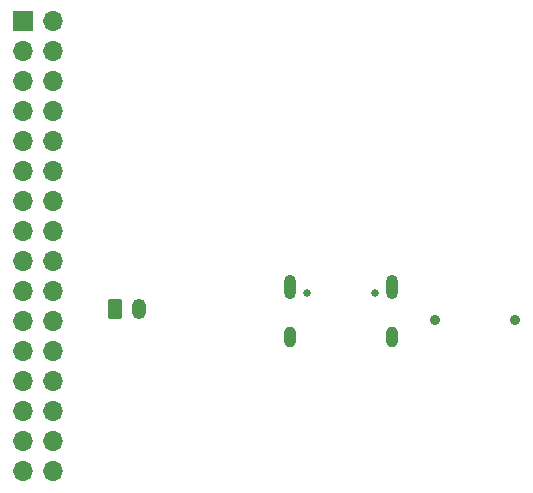
<source format=gbr>
%TF.GenerationSoftware,KiCad,Pcbnew,9.0.0*%
%TF.CreationDate,2025-03-25T22:48:29+02:00*%
%TF.ProjectId,EEE3088F Power Board,45454533-3038-4384-9620-506f77657220,rev?*%
%TF.SameCoordinates,Original*%
%TF.FileFunction,Soldermask,Bot*%
%TF.FilePolarity,Negative*%
%FSLAX46Y46*%
G04 Gerber Fmt 4.6, Leading zero omitted, Abs format (unit mm)*
G04 Created by KiCad (PCBNEW 9.0.0) date 2025-03-25 22:48:29*
%MOMM*%
%LPD*%
G01*
G04 APERTURE LIST*
G04 Aperture macros list*
%AMRoundRect*
0 Rectangle with rounded corners*
0 $1 Rounding radius*
0 $2 $3 $4 $5 $6 $7 $8 $9 X,Y pos of 4 corners*
0 Add a 4 corners polygon primitive as box body*
4,1,4,$2,$3,$4,$5,$6,$7,$8,$9,$2,$3,0*
0 Add four circle primitives for the rounded corners*
1,1,$1+$1,$2,$3*
1,1,$1+$1,$4,$5*
1,1,$1+$1,$6,$7*
1,1,$1+$1,$8,$9*
0 Add four rect primitives between the rounded corners*
20,1,$1+$1,$2,$3,$4,$5,0*
20,1,$1+$1,$4,$5,$6,$7,0*
20,1,$1+$1,$6,$7,$8,$9,0*
20,1,$1+$1,$8,$9,$2,$3,0*%
G04 Aperture macros list end*
%ADD10C,0.900000*%
%ADD11RoundRect,0.250000X-0.350000X-0.625000X0.350000X-0.625000X0.350000X0.625000X-0.350000X0.625000X0*%
%ADD12O,1.200000X1.750000*%
%ADD13C,0.650000*%
%ADD14O,1.000000X2.100000*%
%ADD15O,1.000000X1.800000*%
%ADD16R,1.700000X1.700000*%
%ADD17O,1.700000X1.700000*%
G04 APERTURE END LIST*
D10*
%TO.C,SW2*%
X64040000Y-65490000D03*
X70840000Y-65490000D03*
%TD*%
D11*
%TO.C,J3*%
X37000000Y-64550000D03*
D12*
X39000000Y-64550000D03*
%TD*%
D13*
%TO.C,J2*%
X53180000Y-63235000D03*
X58960000Y-63235000D03*
D14*
X51750000Y-62715000D03*
D15*
X51750000Y-66915000D03*
D14*
X60390000Y-62715000D03*
D15*
X60390000Y-66915000D03*
%TD*%
D16*
%TO.C,J1*%
X29150000Y-40200000D03*
D17*
X31690000Y-40200000D03*
X29150000Y-42740000D03*
X31690000Y-42740000D03*
X29150000Y-45280000D03*
X31690000Y-45280000D03*
X29150000Y-47820000D03*
X31690000Y-47820000D03*
X29150000Y-50360000D03*
X31690000Y-50360000D03*
X29150000Y-52900000D03*
X31690000Y-52900000D03*
X29150000Y-55440000D03*
X31690000Y-55440000D03*
X29150000Y-57980000D03*
X31690000Y-57980000D03*
X29150000Y-60520000D03*
X31690000Y-60520000D03*
X29150000Y-63060000D03*
X31690000Y-63060000D03*
X29150000Y-65600000D03*
X31690000Y-65600000D03*
X29150000Y-68140000D03*
X31690000Y-68140000D03*
X29150000Y-70680000D03*
X31690000Y-70680000D03*
X29150000Y-73220000D03*
X31690000Y-73220000D03*
X29150000Y-75760000D03*
X31690000Y-75760000D03*
X29150000Y-78300000D03*
X31690000Y-78300000D03*
%TD*%
M02*

</source>
